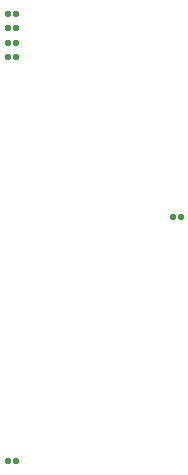
<source format=gbr>
%TF.GenerationSoftware,KiCad,Pcbnew,7.0.6*%
%TF.CreationDate,2023-08-17T07:33:20+09:30*%
%TF.ProjectId,spe-source,7370652d-736f-4757-9263-652e6b696361,V1.0*%
%TF.SameCoordinates,Original*%
%TF.FileFunction,Paste,Bot*%
%TF.FilePolarity,Positive*%
%FSLAX46Y46*%
G04 Gerber Fmt 4.6, Leading zero omitted, Abs format (unit mm)*
G04 Created by KiCad (PCBNEW 7.0.6) date 2023-08-17 07:33:20*
%MOMM*%
%LPD*%
G01*
G04 APERTURE LIST*
G04 Aperture macros list*
%AMRoundRect*
0 Rectangle with rounded corners*
0 $1 Rounding radius*
0 $2 $3 $4 $5 $6 $7 $8 $9 X,Y pos of 4 corners*
0 Add a 4 corners polygon primitive as box body*
4,1,4,$2,$3,$4,$5,$6,$7,$8,$9,$2,$3,0*
0 Add four circle primitives for the rounded corners*
1,1,$1+$1,$2,$3*
1,1,$1+$1,$4,$5*
1,1,$1+$1,$6,$7*
1,1,$1+$1,$8,$9*
0 Add four rect primitives between the rounded corners*
20,1,$1+$1,$2,$3,$4,$5,0*
20,1,$1+$1,$4,$5,$6,$7,0*
20,1,$1+$1,$6,$7,$8,$9,0*
20,1,$1+$1,$8,$9,$2,$3,0*%
G04 Aperture macros list end*
%ADD10RoundRect,0.125000X-0.130000X0.125000X-0.130000X-0.125000X0.130000X-0.125000X0.130000X0.125000X0*%
%ADD11RoundRect,0.125000X0.130000X-0.125000X0.130000X0.125000X-0.130000X0.125000X-0.130000X-0.125000X0*%
G04 APERTURE END LIST*
D10*
%TO.C,SL4*%
X119250000Y-76000000D03*
X119950000Y-76000000D03*
%TD*%
D11*
%TO.C,SL2*%
X105950000Y-96600000D03*
X105250000Y-96600000D03*
%TD*%
D10*
%TO.C,SL3*%
X105250000Y-58800000D03*
X105950000Y-58800000D03*
%TD*%
%TO.C,SL7*%
X105250000Y-61200000D03*
X105950000Y-61200000D03*
%TD*%
%TO.C,SL5*%
X105250000Y-62400000D03*
X105950000Y-62400000D03*
%TD*%
%TO.C,SL6*%
X105250000Y-60000000D03*
X105950000Y-60000000D03*
%TD*%
M02*

</source>
